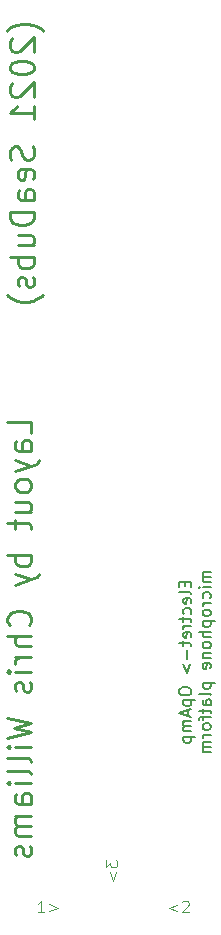
<source format=gbr>
G04 #@! TF.GenerationSoftware,KiCad,Pcbnew,(5.1.5)-3*
G04 #@! TF.CreationDate,2021-05-08T00:18:30-04:00*
G04 #@! TF.ProjectId,opAmp Mic,6f70416d-7020-44d6-9963-2e6b69636164,rev?*
G04 #@! TF.SameCoordinates,Original*
G04 #@! TF.FileFunction,Legend,Bot*
G04 #@! TF.FilePolarity,Positive*
%FSLAX46Y46*%
G04 Gerber Fmt 4.6, Leading zero omitted, Abs format (unit mm)*
G04 Created by KiCad (PCBNEW (5.1.5)-3) date 2021-05-08 00:18:30*
%MOMM*%
%LPD*%
G04 APERTURE LIST*
%ADD10C,0.100000*%
%ADD11C,0.150000*%
%ADD12C,0.250000*%
G04 APERTURE END LIST*
D10*
X113193933Y-139123361D02*
X112651076Y-139123361D01*
X112922504Y-139123361D02*
X112922504Y-138173361D01*
X112832028Y-138309076D01*
X112741552Y-138399552D01*
X112651076Y-138444790D01*
X113601076Y-138490028D02*
X114324885Y-138761457D01*
X113601076Y-139032885D01*
X124445523Y-138515428D02*
X123721714Y-138786857D01*
X124445523Y-139058285D01*
X124852666Y-138289238D02*
X124897904Y-138244000D01*
X124988380Y-138198761D01*
X125214571Y-138198761D01*
X125305047Y-138244000D01*
X125350285Y-138289238D01*
X125395523Y-138379714D01*
X125395523Y-138470190D01*
X125350285Y-138605904D01*
X124807428Y-139148761D01*
X125395523Y-139148761D01*
D11*
X125087571Y-111171885D02*
X125087571Y-111505219D01*
X125611380Y-111648076D02*
X125611380Y-111171885D01*
X124611380Y-111171885D01*
X124611380Y-111648076D01*
X125611380Y-112219504D02*
X125563761Y-112124266D01*
X125468523Y-112076647D01*
X124611380Y-112076647D01*
X125563761Y-112981409D02*
X125611380Y-112886171D01*
X125611380Y-112695695D01*
X125563761Y-112600457D01*
X125468523Y-112552838D01*
X125087571Y-112552838D01*
X124992333Y-112600457D01*
X124944714Y-112695695D01*
X124944714Y-112886171D01*
X124992333Y-112981409D01*
X125087571Y-113029028D01*
X125182809Y-113029028D01*
X125278047Y-112552838D01*
X125563761Y-113886171D02*
X125611380Y-113790933D01*
X125611380Y-113600457D01*
X125563761Y-113505219D01*
X125516142Y-113457600D01*
X125420904Y-113409980D01*
X125135190Y-113409980D01*
X125039952Y-113457600D01*
X124992333Y-113505219D01*
X124944714Y-113600457D01*
X124944714Y-113790933D01*
X124992333Y-113886171D01*
X124944714Y-114171885D02*
X124944714Y-114552838D01*
X124611380Y-114314742D02*
X125468523Y-114314742D01*
X125563761Y-114362361D01*
X125611380Y-114457600D01*
X125611380Y-114552838D01*
X125611380Y-114886171D02*
X124944714Y-114886171D01*
X125135190Y-114886171D02*
X125039952Y-114933790D01*
X124992333Y-114981409D01*
X124944714Y-115076647D01*
X124944714Y-115171885D01*
X125563761Y-115886171D02*
X125611380Y-115790933D01*
X125611380Y-115600457D01*
X125563761Y-115505219D01*
X125468523Y-115457600D01*
X125087571Y-115457600D01*
X124992333Y-115505219D01*
X124944714Y-115600457D01*
X124944714Y-115790933D01*
X124992333Y-115886171D01*
X125087571Y-115933790D01*
X125182809Y-115933790D01*
X125278047Y-115457600D01*
X124944714Y-116219504D02*
X124944714Y-116600457D01*
X124611380Y-116362361D02*
X125468523Y-116362361D01*
X125563761Y-116409980D01*
X125611380Y-116505219D01*
X125611380Y-116600457D01*
X125230428Y-116933790D02*
X125230428Y-117695695D01*
X124944714Y-118171885D02*
X125230428Y-118933790D01*
X125516142Y-118171885D01*
X124611380Y-120362361D02*
X124611380Y-120552838D01*
X124659000Y-120648076D01*
X124754238Y-120743314D01*
X124944714Y-120790933D01*
X125278047Y-120790933D01*
X125468523Y-120743314D01*
X125563761Y-120648076D01*
X125611380Y-120552838D01*
X125611380Y-120362361D01*
X125563761Y-120267123D01*
X125468523Y-120171885D01*
X125278047Y-120124266D01*
X124944714Y-120124266D01*
X124754238Y-120171885D01*
X124659000Y-120267123D01*
X124611380Y-120362361D01*
X124944714Y-121219504D02*
X125944714Y-121219504D01*
X124992333Y-121219504D02*
X124944714Y-121314742D01*
X124944714Y-121505219D01*
X124992333Y-121600457D01*
X125039952Y-121648076D01*
X125135190Y-121695695D01*
X125420904Y-121695695D01*
X125516142Y-121648076D01*
X125563761Y-121600457D01*
X125611380Y-121505219D01*
X125611380Y-121314742D01*
X125563761Y-121219504D01*
X125325666Y-122076647D02*
X125325666Y-122552838D01*
X125611380Y-121981409D02*
X124611380Y-122314742D01*
X125611380Y-122648076D01*
X125611380Y-122981409D02*
X124944714Y-122981409D01*
X125039952Y-122981409D02*
X124992333Y-123029028D01*
X124944714Y-123124266D01*
X124944714Y-123267123D01*
X124992333Y-123362361D01*
X125087571Y-123409980D01*
X125611380Y-123409980D01*
X125087571Y-123409980D02*
X124992333Y-123457600D01*
X124944714Y-123552838D01*
X124944714Y-123695695D01*
X124992333Y-123790933D01*
X125087571Y-123838552D01*
X125611380Y-123838552D01*
X124944714Y-124314742D02*
X125944714Y-124314742D01*
X124992333Y-124314742D02*
X124944714Y-124409980D01*
X124944714Y-124600457D01*
X124992333Y-124695695D01*
X125039952Y-124743314D01*
X125135190Y-124790933D01*
X125420904Y-124790933D01*
X125516142Y-124743314D01*
X125563761Y-124695695D01*
X125611380Y-124600457D01*
X125611380Y-124409980D01*
X125563761Y-124314742D01*
X127261380Y-110314742D02*
X126594714Y-110314742D01*
X126689952Y-110314742D02*
X126642333Y-110362361D01*
X126594714Y-110457600D01*
X126594714Y-110600457D01*
X126642333Y-110695695D01*
X126737571Y-110743314D01*
X127261380Y-110743314D01*
X126737571Y-110743314D02*
X126642333Y-110790933D01*
X126594714Y-110886171D01*
X126594714Y-111029028D01*
X126642333Y-111124266D01*
X126737571Y-111171885D01*
X127261380Y-111171885D01*
X127261380Y-111648076D02*
X126594714Y-111648076D01*
X126261380Y-111648076D02*
X126309000Y-111600457D01*
X126356619Y-111648076D01*
X126309000Y-111695695D01*
X126261380Y-111648076D01*
X126356619Y-111648076D01*
X127213761Y-112552838D02*
X127261380Y-112457600D01*
X127261380Y-112267123D01*
X127213761Y-112171885D01*
X127166142Y-112124266D01*
X127070904Y-112076647D01*
X126785190Y-112076647D01*
X126689952Y-112124266D01*
X126642333Y-112171885D01*
X126594714Y-112267123D01*
X126594714Y-112457600D01*
X126642333Y-112552838D01*
X127261380Y-112981409D02*
X126594714Y-112981409D01*
X126785190Y-112981409D02*
X126689952Y-113029028D01*
X126642333Y-113076647D01*
X126594714Y-113171885D01*
X126594714Y-113267123D01*
X127261380Y-113743314D02*
X127213761Y-113648076D01*
X127166142Y-113600457D01*
X127070904Y-113552838D01*
X126785190Y-113552838D01*
X126689952Y-113600457D01*
X126642333Y-113648076D01*
X126594714Y-113743314D01*
X126594714Y-113886171D01*
X126642333Y-113981409D01*
X126689952Y-114029028D01*
X126785190Y-114076647D01*
X127070904Y-114076647D01*
X127166142Y-114029028D01*
X127213761Y-113981409D01*
X127261380Y-113886171D01*
X127261380Y-113743314D01*
X126594714Y-114505219D02*
X127594714Y-114505219D01*
X126642333Y-114505219D02*
X126594714Y-114600457D01*
X126594714Y-114790933D01*
X126642333Y-114886171D01*
X126689952Y-114933790D01*
X126785190Y-114981409D01*
X127070904Y-114981409D01*
X127166142Y-114933790D01*
X127213761Y-114886171D01*
X127261380Y-114790933D01*
X127261380Y-114600457D01*
X127213761Y-114505219D01*
X127261380Y-115409980D02*
X126261380Y-115409980D01*
X127261380Y-115838552D02*
X126737571Y-115838552D01*
X126642333Y-115790933D01*
X126594714Y-115695695D01*
X126594714Y-115552838D01*
X126642333Y-115457600D01*
X126689952Y-115409980D01*
X127261380Y-116457600D02*
X127213761Y-116362361D01*
X127166142Y-116314742D01*
X127070904Y-116267123D01*
X126785190Y-116267123D01*
X126689952Y-116314742D01*
X126642333Y-116362361D01*
X126594714Y-116457600D01*
X126594714Y-116600457D01*
X126642333Y-116695695D01*
X126689952Y-116743314D01*
X126785190Y-116790933D01*
X127070904Y-116790933D01*
X127166142Y-116743314D01*
X127213761Y-116695695D01*
X127261380Y-116600457D01*
X127261380Y-116457600D01*
X126594714Y-117219504D02*
X127261380Y-117219504D01*
X126689952Y-117219504D02*
X126642333Y-117267123D01*
X126594714Y-117362361D01*
X126594714Y-117505219D01*
X126642333Y-117600457D01*
X126737571Y-117648076D01*
X127261380Y-117648076D01*
X127213761Y-118505219D02*
X127261380Y-118409980D01*
X127261380Y-118219504D01*
X127213761Y-118124266D01*
X127118523Y-118076647D01*
X126737571Y-118076647D01*
X126642333Y-118124266D01*
X126594714Y-118219504D01*
X126594714Y-118409980D01*
X126642333Y-118505219D01*
X126737571Y-118552838D01*
X126832809Y-118552838D01*
X126928047Y-118076647D01*
X126594714Y-119743314D02*
X127594714Y-119743314D01*
X126642333Y-119743314D02*
X126594714Y-119838552D01*
X126594714Y-120029028D01*
X126642333Y-120124266D01*
X126689952Y-120171885D01*
X126785190Y-120219504D01*
X127070904Y-120219504D01*
X127166142Y-120171885D01*
X127213761Y-120124266D01*
X127261380Y-120029028D01*
X127261380Y-119838552D01*
X127213761Y-119743314D01*
X127261380Y-120790933D02*
X127213761Y-120695695D01*
X127118523Y-120648076D01*
X126261380Y-120648076D01*
X127261380Y-121600457D02*
X126737571Y-121600457D01*
X126642333Y-121552838D01*
X126594714Y-121457600D01*
X126594714Y-121267123D01*
X126642333Y-121171885D01*
X127213761Y-121600457D02*
X127261380Y-121505219D01*
X127261380Y-121267123D01*
X127213761Y-121171885D01*
X127118523Y-121124266D01*
X127023285Y-121124266D01*
X126928047Y-121171885D01*
X126880428Y-121267123D01*
X126880428Y-121505219D01*
X126832809Y-121600457D01*
X126594714Y-121933790D02*
X126594714Y-122314742D01*
X126261380Y-122076647D02*
X127118523Y-122076647D01*
X127213761Y-122124266D01*
X127261380Y-122219504D01*
X127261380Y-122314742D01*
X126594714Y-122505219D02*
X126594714Y-122886171D01*
X127261380Y-122648076D02*
X126404238Y-122648076D01*
X126309000Y-122695695D01*
X126261380Y-122790933D01*
X126261380Y-122886171D01*
X127261380Y-123362361D02*
X127213761Y-123267123D01*
X127166142Y-123219504D01*
X127070904Y-123171885D01*
X126785190Y-123171885D01*
X126689952Y-123219504D01*
X126642333Y-123267123D01*
X126594714Y-123362361D01*
X126594714Y-123505219D01*
X126642333Y-123600457D01*
X126689952Y-123648076D01*
X126785190Y-123695695D01*
X127070904Y-123695695D01*
X127166142Y-123648076D01*
X127213761Y-123600457D01*
X127261380Y-123505219D01*
X127261380Y-123362361D01*
X127261380Y-124124266D02*
X126594714Y-124124266D01*
X126785190Y-124124266D02*
X126689952Y-124171885D01*
X126642333Y-124219504D01*
X126594714Y-124314742D01*
X126594714Y-124409980D01*
X127261380Y-124743314D02*
X126594714Y-124743314D01*
X126689952Y-124743314D02*
X126642333Y-124790933D01*
X126594714Y-124886171D01*
X126594714Y-125029028D01*
X126642333Y-125124266D01*
X126737571Y-125171885D01*
X127261380Y-125171885D01*
X126737571Y-125171885D02*
X126642333Y-125219504D01*
X126594714Y-125314742D01*
X126594714Y-125457600D01*
X126642333Y-125552838D01*
X126737571Y-125600457D01*
X127261380Y-125600457D01*
D12*
X112055161Y-98593671D02*
X112055161Y-97641290D01*
X110055161Y-97641290D01*
X112055161Y-100117480D02*
X111007542Y-100117480D01*
X110817066Y-100022242D01*
X110721828Y-99831766D01*
X110721828Y-99450814D01*
X110817066Y-99260338D01*
X111959923Y-100117480D02*
X112055161Y-99927004D01*
X112055161Y-99450814D01*
X111959923Y-99260338D01*
X111769447Y-99165100D01*
X111578971Y-99165100D01*
X111388495Y-99260338D01*
X111293257Y-99450814D01*
X111293257Y-99927004D01*
X111198019Y-100117480D01*
X110721828Y-100879385D02*
X112055161Y-101355576D01*
X110721828Y-101831766D02*
X112055161Y-101355576D01*
X112531352Y-101165100D01*
X112626590Y-101069861D01*
X112721828Y-100879385D01*
X112055161Y-102879385D02*
X111959923Y-102688909D01*
X111864685Y-102593671D01*
X111674209Y-102498433D01*
X111102780Y-102498433D01*
X110912304Y-102593671D01*
X110817066Y-102688909D01*
X110721828Y-102879385D01*
X110721828Y-103165099D01*
X110817066Y-103355576D01*
X110912304Y-103450814D01*
X111102780Y-103546052D01*
X111674209Y-103546052D01*
X111864685Y-103450814D01*
X111959923Y-103355576D01*
X112055161Y-103165099D01*
X112055161Y-102879385D01*
X110721828Y-105260338D02*
X112055161Y-105260338D01*
X110721828Y-104403195D02*
X111769447Y-104403195D01*
X111959923Y-104498433D01*
X112055161Y-104688909D01*
X112055161Y-104974623D01*
X111959923Y-105165099D01*
X111864685Y-105260338D01*
X110721828Y-105927004D02*
X110721828Y-106688909D01*
X110055161Y-106212719D02*
X111769447Y-106212719D01*
X111959923Y-106307957D01*
X112055161Y-106498433D01*
X112055161Y-106688909D01*
X112055161Y-108879385D02*
X110055161Y-108879385D01*
X110817066Y-108879385D02*
X110721828Y-109069861D01*
X110721828Y-109450814D01*
X110817066Y-109641290D01*
X110912304Y-109736528D01*
X111102780Y-109831766D01*
X111674209Y-109831766D01*
X111864685Y-109736528D01*
X111959923Y-109641290D01*
X112055161Y-109450814D01*
X112055161Y-109069861D01*
X111959923Y-108879385D01*
X110721828Y-110498433D02*
X112055161Y-110974623D01*
X110721828Y-111450814D02*
X112055161Y-110974623D01*
X112531352Y-110784147D01*
X112626590Y-110688909D01*
X112721828Y-110498433D01*
X111864685Y-114879385D02*
X111959923Y-114784147D01*
X112055161Y-114498433D01*
X112055161Y-114307957D01*
X111959923Y-114022242D01*
X111769447Y-113831766D01*
X111578971Y-113736528D01*
X111198019Y-113641290D01*
X110912304Y-113641290D01*
X110531352Y-113736528D01*
X110340876Y-113831766D01*
X110150400Y-114022242D01*
X110055161Y-114307957D01*
X110055161Y-114498433D01*
X110150400Y-114784147D01*
X110245638Y-114879385D01*
X112055161Y-115736528D02*
X110055161Y-115736528D01*
X112055161Y-116593671D02*
X111007542Y-116593671D01*
X110817066Y-116498433D01*
X110721828Y-116307957D01*
X110721828Y-116022242D01*
X110817066Y-115831766D01*
X110912304Y-115736528D01*
X112055161Y-117546052D02*
X110721828Y-117546052D01*
X111102780Y-117546052D02*
X110912304Y-117641290D01*
X110817066Y-117736528D01*
X110721828Y-117927004D01*
X110721828Y-118117480D01*
X112055161Y-118784147D02*
X110721828Y-118784147D01*
X110055161Y-118784147D02*
X110150400Y-118688909D01*
X110245638Y-118784147D01*
X110150400Y-118879385D01*
X110055161Y-118784147D01*
X110245638Y-118784147D01*
X111959923Y-119641290D02*
X112055161Y-119831766D01*
X112055161Y-120212719D01*
X111959923Y-120403195D01*
X111769447Y-120498433D01*
X111674209Y-120498433D01*
X111483733Y-120403195D01*
X111388495Y-120212719D01*
X111388495Y-119927004D01*
X111293257Y-119736528D01*
X111102780Y-119641290D01*
X111007542Y-119641290D01*
X110817066Y-119736528D01*
X110721828Y-119927004D01*
X110721828Y-120212719D01*
X110817066Y-120403195D01*
X110055161Y-122688909D02*
X112055161Y-123165099D01*
X110626590Y-123546052D01*
X112055161Y-123927004D01*
X110055161Y-124403195D01*
X112055161Y-125165099D02*
X110721828Y-125165099D01*
X110055161Y-125165099D02*
X110150400Y-125069861D01*
X110245638Y-125165099D01*
X110150400Y-125260338D01*
X110055161Y-125165099D01*
X110245638Y-125165099D01*
X112055161Y-126403195D02*
X111959923Y-126212719D01*
X111769447Y-126117480D01*
X110055161Y-126117480D01*
X112055161Y-127450814D02*
X111959923Y-127260338D01*
X111769447Y-127165099D01*
X110055161Y-127165099D01*
X112055161Y-128212719D02*
X110721828Y-128212719D01*
X110055161Y-128212719D02*
X110150400Y-128117480D01*
X110245638Y-128212719D01*
X110150400Y-128307957D01*
X110055161Y-128212719D01*
X110245638Y-128212719D01*
X112055161Y-130022242D02*
X111007542Y-130022242D01*
X110817066Y-129927004D01*
X110721828Y-129736528D01*
X110721828Y-129355576D01*
X110817066Y-129165099D01*
X111959923Y-130022242D02*
X112055161Y-129831766D01*
X112055161Y-129355576D01*
X111959923Y-129165099D01*
X111769447Y-129069861D01*
X111578971Y-129069861D01*
X111388495Y-129165099D01*
X111293257Y-129355576D01*
X111293257Y-129831766D01*
X111198019Y-130022242D01*
X112055161Y-130974623D02*
X110721828Y-130974623D01*
X110912304Y-130974623D02*
X110817066Y-131069861D01*
X110721828Y-131260338D01*
X110721828Y-131546052D01*
X110817066Y-131736528D01*
X111007542Y-131831766D01*
X112055161Y-131831766D01*
X111007542Y-131831766D02*
X110817066Y-131927004D01*
X110721828Y-132117480D01*
X110721828Y-132403195D01*
X110817066Y-132593671D01*
X111007542Y-132688909D01*
X112055161Y-132688909D01*
X111959923Y-133546052D02*
X112055161Y-133736528D01*
X112055161Y-134117480D01*
X111959923Y-134307957D01*
X111769447Y-134403195D01*
X111674209Y-134403195D01*
X111483733Y-134307957D01*
X111388495Y-134117480D01*
X111388495Y-133831766D01*
X111293257Y-133641290D01*
X111102780Y-133546052D01*
X111007542Y-133546052D01*
X110817066Y-133641290D01*
X110721828Y-133831766D01*
X110721828Y-134117480D01*
X110817066Y-134307957D01*
X113045666Y-64506919D02*
X112950428Y-64411680D01*
X112664714Y-64221204D01*
X112474238Y-64125966D01*
X112188523Y-64030728D01*
X111712333Y-63935490D01*
X111331380Y-63935490D01*
X110855190Y-64030728D01*
X110569476Y-64125966D01*
X110379000Y-64221204D01*
X110093285Y-64411680D01*
X109998047Y-64506919D01*
X110474238Y-65173585D02*
X110379000Y-65268823D01*
X110283761Y-65459300D01*
X110283761Y-65935490D01*
X110379000Y-66125966D01*
X110474238Y-66221204D01*
X110664714Y-66316442D01*
X110855190Y-66316442D01*
X111140904Y-66221204D01*
X112283761Y-65078347D01*
X112283761Y-66316442D01*
X110283761Y-67554538D02*
X110283761Y-67745014D01*
X110379000Y-67935490D01*
X110474238Y-68030728D01*
X110664714Y-68125966D01*
X111045666Y-68221204D01*
X111521857Y-68221204D01*
X111902809Y-68125966D01*
X112093285Y-68030728D01*
X112188523Y-67935490D01*
X112283761Y-67745014D01*
X112283761Y-67554538D01*
X112188523Y-67364061D01*
X112093285Y-67268823D01*
X111902809Y-67173585D01*
X111521857Y-67078347D01*
X111045666Y-67078347D01*
X110664714Y-67173585D01*
X110474238Y-67268823D01*
X110379000Y-67364061D01*
X110283761Y-67554538D01*
X110474238Y-68983109D02*
X110379000Y-69078347D01*
X110283761Y-69268823D01*
X110283761Y-69745014D01*
X110379000Y-69935490D01*
X110474238Y-70030728D01*
X110664714Y-70125966D01*
X110855190Y-70125966D01*
X111140904Y-70030728D01*
X112283761Y-68887871D01*
X112283761Y-70125966D01*
X112283761Y-72030728D02*
X112283761Y-70887871D01*
X112283761Y-71459300D02*
X110283761Y-71459300D01*
X110569476Y-71268823D01*
X110759952Y-71078347D01*
X110855190Y-70887871D01*
X112188523Y-74316442D02*
X112283761Y-74602157D01*
X112283761Y-75078347D01*
X112188523Y-75268823D01*
X112093285Y-75364061D01*
X111902809Y-75459300D01*
X111712333Y-75459300D01*
X111521857Y-75364061D01*
X111426619Y-75268823D01*
X111331380Y-75078347D01*
X111236142Y-74697395D01*
X111140904Y-74506919D01*
X111045666Y-74411680D01*
X110855190Y-74316442D01*
X110664714Y-74316442D01*
X110474238Y-74411680D01*
X110379000Y-74506919D01*
X110283761Y-74697395D01*
X110283761Y-75173585D01*
X110379000Y-75459300D01*
X112188523Y-77078347D02*
X112283761Y-76887871D01*
X112283761Y-76506919D01*
X112188523Y-76316442D01*
X111998047Y-76221204D01*
X111236142Y-76221204D01*
X111045666Y-76316442D01*
X110950428Y-76506919D01*
X110950428Y-76887871D01*
X111045666Y-77078347D01*
X111236142Y-77173585D01*
X111426619Y-77173585D01*
X111617095Y-76221204D01*
X112283761Y-78887871D02*
X111236142Y-78887871D01*
X111045666Y-78792633D01*
X110950428Y-78602157D01*
X110950428Y-78221204D01*
X111045666Y-78030728D01*
X112188523Y-78887871D02*
X112283761Y-78697395D01*
X112283761Y-78221204D01*
X112188523Y-78030728D01*
X111998047Y-77935490D01*
X111807571Y-77935490D01*
X111617095Y-78030728D01*
X111521857Y-78221204D01*
X111521857Y-78697395D01*
X111426619Y-78887871D01*
X112283761Y-79840252D02*
X110283761Y-79840252D01*
X110283761Y-80316442D01*
X110379000Y-80602157D01*
X110569476Y-80792633D01*
X110759952Y-80887871D01*
X111140904Y-80983109D01*
X111426619Y-80983109D01*
X111807571Y-80887871D01*
X111998047Y-80792633D01*
X112188523Y-80602157D01*
X112283761Y-80316442D01*
X112283761Y-79840252D01*
X110950428Y-82697395D02*
X112283761Y-82697395D01*
X110950428Y-81840252D02*
X111998047Y-81840252D01*
X112188523Y-81935490D01*
X112283761Y-82125966D01*
X112283761Y-82411680D01*
X112188523Y-82602157D01*
X112093285Y-82697395D01*
X112283761Y-83649776D02*
X110283761Y-83649776D01*
X111045666Y-83649776D02*
X110950428Y-83840252D01*
X110950428Y-84221204D01*
X111045666Y-84411680D01*
X111140904Y-84506919D01*
X111331380Y-84602157D01*
X111902809Y-84602157D01*
X112093285Y-84506919D01*
X112188523Y-84411680D01*
X112283761Y-84221204D01*
X112283761Y-83840252D01*
X112188523Y-83649776D01*
X112188523Y-85364061D02*
X112283761Y-85554538D01*
X112283761Y-85935490D01*
X112188523Y-86125966D01*
X111998047Y-86221204D01*
X111902809Y-86221204D01*
X111712333Y-86125966D01*
X111617095Y-85935490D01*
X111617095Y-85649776D01*
X111521857Y-85459300D01*
X111331380Y-85364061D01*
X111236142Y-85364061D01*
X111045666Y-85459300D01*
X110950428Y-85649776D01*
X110950428Y-85935490D01*
X111045666Y-86125966D01*
X113045666Y-86887871D02*
X112950428Y-86983109D01*
X112664714Y-87173585D01*
X112474238Y-87268823D01*
X112188523Y-87364061D01*
X111712333Y-87459300D01*
X111331380Y-87459300D01*
X110855190Y-87364061D01*
X110569476Y-87268823D01*
X110379000Y-87173585D01*
X110093285Y-86983109D01*
X109998047Y-86887871D01*
D10*
X118410161Y-134756638D02*
X118410161Y-135344733D01*
X118772066Y-135028066D01*
X118772066Y-135163780D01*
X118817304Y-135254257D01*
X118862542Y-135299495D01*
X118953019Y-135344733D01*
X119179209Y-135344733D01*
X119269685Y-135299495D01*
X119314923Y-135254257D01*
X119360161Y-135163780D01*
X119360161Y-134892352D01*
X119314923Y-134801876D01*
X119269685Y-134756638D01*
X118726828Y-135751876D02*
X118998257Y-136475685D01*
X119269685Y-135751876D01*
M02*

</source>
